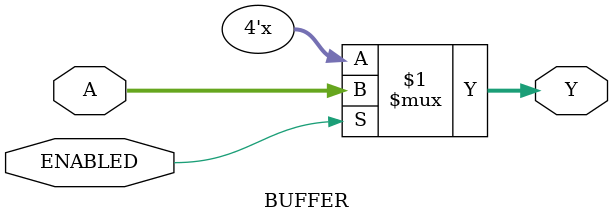
<source format=v>
module BUFFER(input wire ENABLED, input wire [3:0] A, output reg [3:0] Y); 
	 
	assign Y = ENABLED ? A : 4'bz; 
	
endmodule 






</source>
